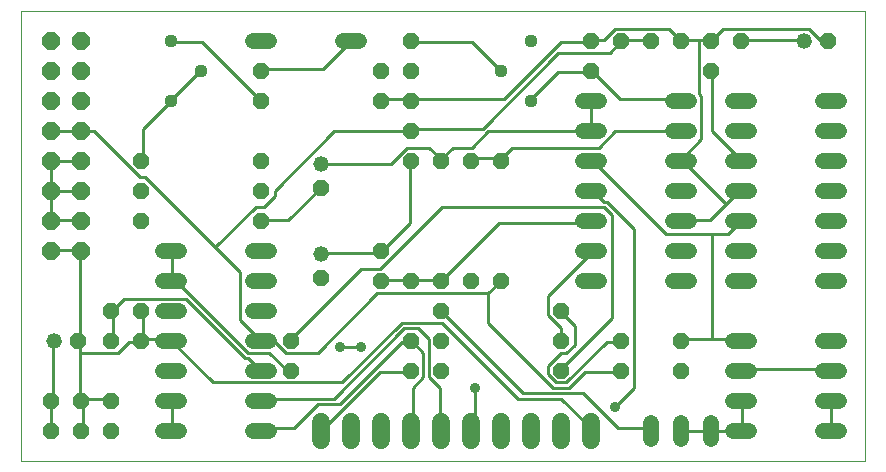
<source format=gtl>
G75*
%MOIN*%
%OFA0B0*%
%FSLAX25Y25*%
%IPPOS*%
%LPD*%
%AMOC8*
5,1,8,0,0,1.08239X$1,22.5*
%
%ADD10C,0.00000*%
%ADD11OC8,0.05200*%
%ADD12C,0.05200*%
%ADD13C,0.05200*%
%ADD14C,0.04400*%
%ADD15OC8,0.06000*%
%ADD16C,0.06000*%
%ADD17C,0.01000*%
%ADD18C,0.03600*%
D10*
X0001000Y0006000D02*
X0001000Y0155961D01*
X0282201Y0155961D01*
X0282201Y0006000D01*
X0001000Y0006000D01*
D11*
X0011000Y0016000D03*
X0021000Y0016000D03*
X0031000Y0016000D03*
X0031000Y0026000D03*
X0021000Y0026000D03*
X0011000Y0026000D03*
X0020000Y0046000D03*
X0031000Y0046000D03*
X0041000Y0046000D03*
X0041000Y0056000D03*
X0031000Y0056000D03*
X0041000Y0086000D03*
X0041000Y0096000D03*
X0041000Y0106000D03*
X0081000Y0106000D03*
X0081000Y0096000D03*
X0081000Y0086000D03*
X0101000Y0097000D03*
X0131000Y0106000D03*
X0141000Y0106000D03*
X0151000Y0106000D03*
X0161000Y0106000D03*
X0131000Y0116000D03*
X0131000Y0126000D03*
X0121000Y0126000D03*
X0121000Y0136000D03*
X0131000Y0136000D03*
X0131000Y0146000D03*
X0081000Y0136000D03*
X0081000Y0126000D03*
X0121000Y0076000D03*
X0121000Y0066000D03*
X0131000Y0066000D03*
X0141000Y0066000D03*
X0151000Y0066000D03*
X0161000Y0066000D03*
X0141000Y0056000D03*
X0141000Y0046000D03*
X0131000Y0046000D03*
X0131000Y0036000D03*
X0141000Y0036000D03*
X0181000Y0036000D03*
X0181000Y0046000D03*
X0181000Y0056000D03*
X0201000Y0046000D03*
X0201000Y0036000D03*
X0221000Y0036000D03*
X0221000Y0046000D03*
X0101000Y0067000D03*
X0091000Y0046000D03*
X0091000Y0036000D03*
X0191000Y0136000D03*
X0191000Y0146000D03*
X0201000Y0146000D03*
X0211000Y0146000D03*
X0221000Y0146000D03*
X0231000Y0146000D03*
X0241000Y0146000D03*
X0231000Y0136000D03*
X0270000Y0146000D03*
D12*
X0262000Y0146000D03*
X0101000Y0105000D03*
X0101000Y0075000D03*
X0012000Y0046000D03*
D13*
X0048400Y0046000D02*
X0053600Y0046000D01*
X0053600Y0036000D02*
X0048400Y0036000D01*
X0048400Y0026000D02*
X0053600Y0026000D01*
X0053600Y0016000D02*
X0048400Y0016000D01*
X0078400Y0016000D02*
X0083600Y0016000D01*
X0083600Y0026000D02*
X0078400Y0026000D01*
X0078400Y0036000D02*
X0083600Y0036000D01*
X0083600Y0046000D02*
X0078400Y0046000D01*
X0078400Y0056000D02*
X0083600Y0056000D01*
X0083600Y0066000D02*
X0078400Y0066000D01*
X0078400Y0076000D02*
X0083600Y0076000D01*
X0053600Y0076000D02*
X0048400Y0076000D01*
X0048400Y0066000D02*
X0053600Y0066000D01*
X0053600Y0056000D02*
X0048400Y0056000D01*
X0188400Y0066000D02*
X0193600Y0066000D01*
X0193600Y0076000D02*
X0188400Y0076000D01*
X0188400Y0086000D02*
X0193600Y0086000D01*
X0193600Y0096000D02*
X0188400Y0096000D01*
X0188400Y0106000D02*
X0193600Y0106000D01*
X0193600Y0116000D02*
X0188400Y0116000D01*
X0188400Y0126000D02*
X0193600Y0126000D01*
X0218400Y0126000D02*
X0223600Y0126000D01*
X0238400Y0126000D02*
X0243600Y0126000D01*
X0243600Y0116000D02*
X0238400Y0116000D01*
X0223600Y0116000D02*
X0218400Y0116000D01*
X0218400Y0106000D02*
X0223600Y0106000D01*
X0238400Y0106000D02*
X0243600Y0106000D01*
X0243600Y0096000D02*
X0238400Y0096000D01*
X0223600Y0096000D02*
X0218400Y0096000D01*
X0218400Y0086000D02*
X0223600Y0086000D01*
X0238400Y0086000D02*
X0243600Y0086000D01*
X0243600Y0076000D02*
X0238400Y0076000D01*
X0223600Y0076000D02*
X0218400Y0076000D01*
X0218400Y0066000D02*
X0223600Y0066000D01*
X0238400Y0066000D02*
X0243600Y0066000D01*
X0268400Y0066000D02*
X0273600Y0066000D01*
X0273600Y0076000D02*
X0268400Y0076000D01*
X0268400Y0086000D02*
X0273600Y0086000D01*
X0273600Y0096000D02*
X0268400Y0096000D01*
X0268400Y0106000D02*
X0273600Y0106000D01*
X0273600Y0116000D02*
X0268400Y0116000D01*
X0268400Y0126000D02*
X0273600Y0126000D01*
X0273600Y0046000D02*
X0268400Y0046000D01*
X0268400Y0036000D02*
X0273600Y0036000D01*
X0273600Y0026000D02*
X0268400Y0026000D01*
X0268400Y0016000D02*
X0273600Y0016000D01*
X0243600Y0016000D02*
X0238400Y0016000D01*
X0231000Y0013400D02*
X0231000Y0018600D01*
X0221000Y0018600D02*
X0221000Y0013400D01*
X0211000Y0013400D02*
X0211000Y0018600D01*
X0238400Y0026000D02*
X0243600Y0026000D01*
X0243600Y0036000D02*
X0238400Y0036000D01*
X0238400Y0046000D02*
X0243600Y0046000D01*
X0113600Y0146000D02*
X0108400Y0146000D01*
X0083600Y0146000D02*
X0078400Y0146000D01*
D14*
X0061000Y0136000D03*
X0051000Y0146000D03*
X0051000Y0126000D03*
X0161000Y0136000D03*
X0171000Y0146000D03*
X0171000Y0126000D03*
D15*
X0021000Y0126000D03*
X0011000Y0126000D03*
X0011000Y0116000D03*
X0021000Y0116000D03*
X0021000Y0106000D03*
X0011000Y0106000D03*
X0011000Y0096000D03*
X0021000Y0096000D03*
X0021000Y0086000D03*
X0011000Y0086000D03*
X0011000Y0076000D03*
X0021000Y0076000D03*
X0021000Y0136000D03*
X0011000Y0136000D03*
X0011000Y0146000D03*
X0021000Y0146000D03*
D16*
X0101000Y0019000D02*
X0101000Y0013000D01*
X0111000Y0013000D02*
X0111000Y0019000D01*
X0121000Y0019000D02*
X0121000Y0013000D01*
X0131000Y0013000D02*
X0131000Y0019000D01*
X0141000Y0019000D02*
X0141000Y0013000D01*
X0151000Y0013000D02*
X0151000Y0019000D01*
X0161000Y0019000D02*
X0161000Y0013000D01*
X0171000Y0013000D02*
X0171000Y0019000D01*
X0181000Y0019000D02*
X0181000Y0013000D01*
X0191000Y0013000D02*
X0191000Y0019000D01*
D17*
X0190900Y0016800D02*
X0191000Y0016000D01*
X0190900Y0016800D02*
X0181000Y0026700D01*
X0166600Y0026700D01*
X0141400Y0051900D01*
X0127900Y0051900D01*
X0108100Y0032100D01*
X0064900Y0032100D01*
X0051000Y0046000D01*
X0050500Y0046500D01*
X0041500Y0046500D01*
X0041000Y0046000D01*
X0040600Y0045600D01*
X0037000Y0045600D01*
X0033400Y0042000D01*
X0020800Y0042000D01*
X0020800Y0045600D01*
X0020000Y0046000D01*
X0020800Y0046500D01*
X0020800Y0075300D01*
X0021000Y0076000D01*
X0020800Y0076200D01*
X0011800Y0076200D01*
X0011000Y0076000D01*
X0011000Y0086000D02*
X0010900Y0086100D01*
X0010900Y0096000D01*
X0011000Y0096000D01*
X0021000Y0096000D01*
X0010900Y0096000D02*
X0010900Y0105900D01*
X0011000Y0106000D01*
X0011800Y0105900D01*
X0020800Y0105900D01*
X0021000Y0106000D01*
X0020800Y0115800D02*
X0011800Y0115800D01*
X0011000Y0116000D01*
X0020800Y0115800D02*
X0021000Y0116000D01*
X0021700Y0115800D01*
X0025300Y0115800D01*
X0040600Y0100500D01*
X0042400Y0100500D01*
X0065800Y0077100D01*
X0079300Y0090600D01*
X0082000Y0090600D01*
X0085600Y0094200D01*
X0085600Y0096000D01*
X0105400Y0115800D01*
X0130600Y0115800D01*
X0131000Y0116000D01*
X0131500Y0116700D01*
X0154900Y0116700D01*
X0180100Y0141900D01*
X0197200Y0141900D01*
X0200800Y0145500D01*
X0201000Y0146000D01*
X0201700Y0146400D01*
X0210700Y0146400D01*
X0211000Y0146000D01*
X0217000Y0150000D02*
X0221000Y0146000D01*
X0221500Y0146400D01*
X0226900Y0146400D01*
X0226900Y0128400D01*
X0227800Y0127500D01*
X0227800Y0113100D01*
X0221500Y0106800D01*
X0221000Y0106000D01*
X0221500Y0105900D01*
X0235900Y0091500D01*
X0230500Y0086100D01*
X0221500Y0086100D01*
X0221000Y0086000D01*
X0216100Y0081600D02*
X0231400Y0081600D01*
X0231400Y0046500D01*
X0221500Y0046500D01*
X0221000Y0046000D01*
X0231400Y0046500D02*
X0240400Y0046500D01*
X0241000Y0046000D01*
X0241300Y0036600D02*
X0241000Y0036000D01*
X0241300Y0036600D02*
X0271000Y0036600D01*
X0271000Y0036000D01*
X0271000Y0026000D02*
X0271000Y0016000D01*
X0241300Y0016800D02*
X0241000Y0016000D01*
X0240400Y0015900D01*
X0231400Y0015900D01*
X0231000Y0016000D01*
X0230500Y0015900D01*
X0221500Y0015900D01*
X0221000Y0016000D01*
X0211000Y0016000D02*
X0210700Y0016800D01*
X0199900Y0016800D01*
X0188200Y0028500D01*
X0168400Y0028500D01*
X0141400Y0055500D01*
X0141000Y0056000D01*
X0133300Y0050100D02*
X0128800Y0050100D01*
X0105400Y0026700D01*
X0081100Y0026700D01*
X0081000Y0026000D01*
X0081100Y0016800D02*
X0081000Y0016000D01*
X0081100Y0016800D02*
X0091900Y0016800D01*
X0100000Y0024900D01*
X0107200Y0024900D01*
X0127900Y0045600D01*
X0130600Y0045600D01*
X0131000Y0046000D01*
X0131500Y0045600D01*
X0135100Y0042000D01*
X0135100Y0033900D01*
X0131500Y0030300D01*
X0131500Y0016800D01*
X0131000Y0016000D01*
X0140500Y0016800D02*
X0141000Y0016000D01*
X0140500Y0016800D02*
X0140500Y0030300D01*
X0136900Y0033900D01*
X0136900Y0046500D01*
X0133300Y0050100D01*
X0119800Y0061800D02*
X0156700Y0061800D01*
X0156700Y0051900D01*
X0178300Y0030300D01*
X0183700Y0030300D01*
X0189100Y0035700D01*
X0200800Y0035700D01*
X0201000Y0036000D01*
X0205300Y0030300D02*
X0199000Y0024000D01*
X0205300Y0030300D02*
X0205300Y0083400D01*
X0196300Y0092400D01*
X0195400Y0092400D01*
X0191800Y0096000D01*
X0191000Y0096000D01*
X0195400Y0090600D02*
X0141400Y0090600D01*
X0120700Y0069900D01*
X0114400Y0069900D01*
X0091000Y0046500D01*
X0091000Y0046000D01*
X0089200Y0042000D02*
X0085600Y0045600D01*
X0081100Y0045600D01*
X0081000Y0046000D01*
X0080200Y0046500D01*
X0073900Y0052800D01*
X0073900Y0069000D01*
X0065800Y0077100D01*
X0051400Y0075300D02*
X0051000Y0076000D01*
X0051400Y0075300D02*
X0051400Y0066300D01*
X0051000Y0066000D01*
X0051400Y0065400D01*
X0053200Y0065400D01*
X0076600Y0042000D01*
X0083800Y0042000D01*
X0089200Y0036600D01*
X0091000Y0036600D01*
X0091000Y0036000D01*
X0081000Y0036000D02*
X0080200Y0036600D01*
X0076600Y0040200D01*
X0075700Y0040200D01*
X0055900Y0060000D01*
X0035200Y0060000D01*
X0031600Y0056400D01*
X0031000Y0056000D01*
X0031600Y0055500D01*
X0031600Y0046500D01*
X0031000Y0046000D01*
X0020800Y0042000D02*
X0020800Y0026700D01*
X0021000Y0026000D01*
X0021700Y0026700D01*
X0030700Y0026700D01*
X0031000Y0026000D01*
X0021700Y0025800D02*
X0021000Y0026000D01*
X0021700Y0025800D02*
X0021700Y0016800D01*
X0021000Y0016000D01*
X0011000Y0016000D02*
X0010900Y0016800D01*
X0010900Y0025800D01*
X0011000Y0026000D01*
X0011800Y0026700D01*
X0011800Y0045600D01*
X0012000Y0046000D01*
X0041000Y0056000D02*
X0041500Y0055500D01*
X0041500Y0046500D01*
X0051000Y0026000D02*
X0051400Y0025800D01*
X0051400Y0016800D01*
X0051000Y0016000D01*
X0089200Y0042000D02*
X0100000Y0042000D01*
X0119800Y0061800D01*
X0121000Y0066000D02*
X0121600Y0066300D01*
X0130600Y0066300D01*
X0131000Y0066000D01*
X0131500Y0066300D01*
X0140500Y0066300D01*
X0141000Y0066000D01*
X0141400Y0066300D01*
X0160300Y0085200D01*
X0190900Y0085200D01*
X0191000Y0086000D01*
X0195400Y0090600D02*
X0198100Y0087900D01*
X0198100Y0053700D01*
X0181000Y0036600D01*
X0181000Y0036000D01*
X0179200Y0032100D02*
X0176500Y0034800D01*
X0176500Y0037500D01*
X0181000Y0042000D01*
X0182800Y0042000D01*
X0185500Y0044700D01*
X0185500Y0051000D01*
X0181000Y0055500D01*
X0181000Y0056000D01*
X0176500Y0054600D02*
X0176500Y0060900D01*
X0190900Y0075300D01*
X0191000Y0076000D01*
X0216100Y0081600D02*
X0191800Y0105900D01*
X0191000Y0106000D01*
X0193600Y0110400D02*
X0164800Y0110400D01*
X0161200Y0106800D01*
X0161000Y0106000D01*
X0160300Y0106800D01*
X0151300Y0106800D01*
X0151000Y0106000D01*
X0151300Y0110400D02*
X0145000Y0110400D01*
X0141400Y0106800D01*
X0141000Y0106000D01*
X0140500Y0106800D01*
X0136900Y0110400D01*
X0129700Y0110400D01*
X0124300Y0105000D01*
X0101000Y0105000D01*
X0101000Y0097000D02*
X0090100Y0086100D01*
X0081100Y0086100D01*
X0081000Y0086000D01*
X0101000Y0075000D02*
X0101800Y0075300D01*
X0120700Y0075300D01*
X0121000Y0076000D01*
X0121600Y0076200D01*
X0130600Y0085200D01*
X0130600Y0105900D01*
X0131000Y0106000D01*
X0151300Y0110400D02*
X0156700Y0115800D01*
X0190900Y0115800D01*
X0191000Y0116000D01*
X0190900Y0116700D01*
X0190900Y0125700D01*
X0191000Y0126000D01*
X0191800Y0135600D02*
X0200800Y0126600D01*
X0220600Y0126600D01*
X0221000Y0126000D01*
X0221000Y0116000D02*
X0220600Y0115800D01*
X0199000Y0115800D01*
X0193600Y0110400D01*
X0171000Y0126000D02*
X0171100Y0126600D01*
X0180100Y0135600D01*
X0190900Y0135600D01*
X0191000Y0136000D01*
X0191800Y0135600D01*
X0190900Y0145500D02*
X0181000Y0145500D01*
X0162100Y0126600D01*
X0131500Y0126600D01*
X0131000Y0126000D01*
X0130600Y0126600D01*
X0121600Y0126600D01*
X0121000Y0126000D01*
X0101800Y0136500D02*
X0110800Y0145500D01*
X0111000Y0146000D01*
X0101800Y0136500D02*
X0081100Y0136500D01*
X0081000Y0136000D01*
X0080200Y0126600D02*
X0081000Y0126000D01*
X0080200Y0126600D02*
X0061300Y0145500D01*
X0051400Y0145500D01*
X0051000Y0146000D01*
X0060400Y0135600D02*
X0061000Y0136000D01*
X0060400Y0135600D02*
X0051400Y0126600D01*
X0051000Y0126000D01*
X0050500Y0125700D01*
X0041500Y0116700D01*
X0041500Y0106800D01*
X0041000Y0106000D01*
X0021000Y0086000D02*
X0020800Y0086100D01*
X0011800Y0086100D01*
X0011000Y0086000D01*
X0107200Y0043800D02*
X0114400Y0043800D01*
X0120700Y0035700D02*
X0101000Y0016000D01*
X0120700Y0035700D02*
X0130600Y0035700D01*
X0131000Y0036000D01*
X0152200Y0030300D02*
X0152200Y0017700D01*
X0151300Y0016800D01*
X0151000Y0016000D01*
X0179200Y0032100D02*
X0182800Y0032100D01*
X0196300Y0045600D01*
X0200800Y0045600D01*
X0201000Y0046000D01*
X0181000Y0046000D02*
X0181000Y0050100D01*
X0176500Y0054600D01*
X0160300Y0065400D02*
X0156700Y0061800D01*
X0160300Y0065400D02*
X0161000Y0066000D01*
X0231400Y0081600D02*
X0236800Y0081600D01*
X0240400Y0085200D01*
X0241000Y0086000D01*
X0235900Y0091500D02*
X0240400Y0096000D01*
X0241000Y0096000D01*
X0241000Y0106000D02*
X0240400Y0106800D01*
X0231400Y0115800D01*
X0231400Y0135600D01*
X0231000Y0136000D01*
X0231000Y0146000D02*
X0235000Y0150000D01*
X0263800Y0150000D01*
X0267400Y0146400D01*
X0269200Y0146400D01*
X0270000Y0146000D01*
X0262000Y0146000D02*
X0262000Y0146400D01*
X0241300Y0146400D01*
X0241000Y0146000D01*
X0231000Y0146000D02*
X0230500Y0146400D01*
X0226900Y0146400D01*
X0217000Y0150000D02*
X0199000Y0150000D01*
X0195400Y0146400D01*
X0191800Y0146400D01*
X0191000Y0146000D01*
X0190900Y0145500D01*
X0161000Y0136000D02*
X0160300Y0136500D01*
X0151300Y0145500D01*
X0131500Y0145500D01*
X0131000Y0146000D01*
X0241000Y0026000D02*
X0241300Y0025800D01*
X0241300Y0016800D01*
D18*
X0199000Y0024000D03*
X0152200Y0030300D03*
X0114400Y0043800D03*
X0107200Y0043800D03*
M02*

</source>
